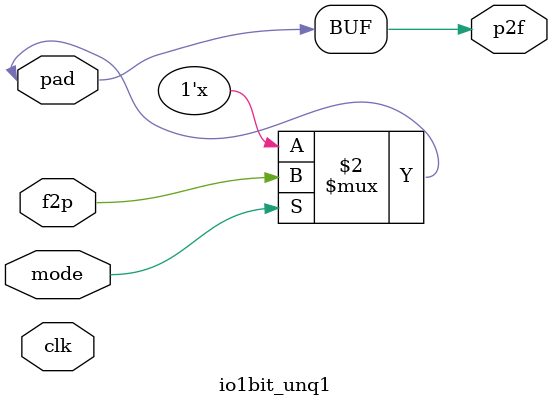
<source format=v>
module io1bit_unq1 (
clk, 
//reset,
pad,
p2f,
f2p,
                    mode
// config_addr,
// config_data,
// tile_id,
);

  /* verilator lint_off UNUSED */
  input  clk;

   inout pad;
   output p2f;
   input  f2p;
   input  mode;
   
   assign pad = (mode == 1'b1) ? f2p : 1'bz;
   assign p2f = pad;

endmodule

</source>
